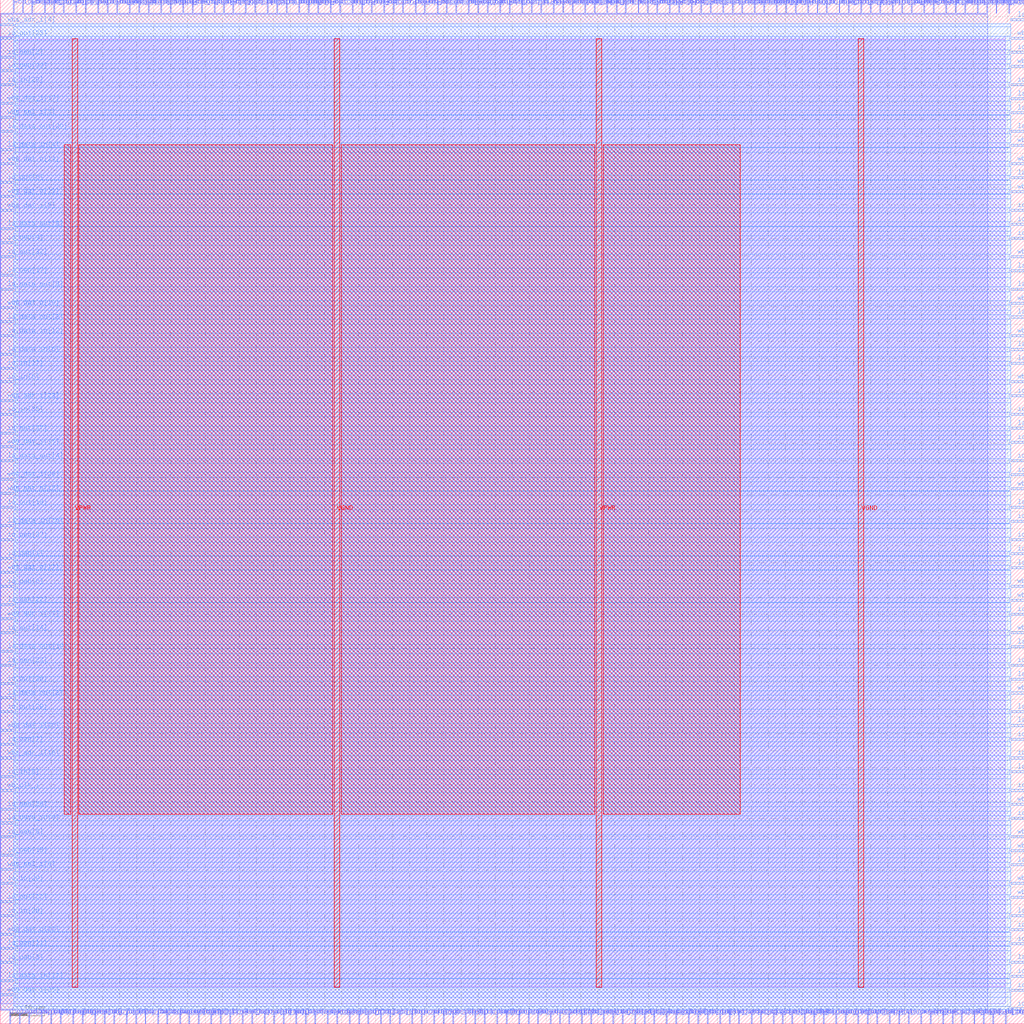
<source format=lef>
VERSION 5.7 ;
  NOWIREEXTENSIONATPIN ON ;
  DIVIDERCHAR "/" ;
  BUSBITCHARS "[]" ;
MACRO wrapper
  CLASS BLOCK ;
  FOREIGN wrapper ;
  ORIGIN 0.000 0.000 ;
  SIZE 300.000 BY 300.000 ;
  PIN active
    DIRECTION INPUT ;
    USE SIGNAL ;
    PORT
      LAYER met2 ;
        RECT 154.650 0.000 154.930 4.000 ;
    END
  END active
  PIN io_in[0]
    DIRECTION INPUT ;
    USE SIGNAL ;
    PORT
      LAYER met2 ;
        RECT 90.250 296.000 90.530 300.000 ;
    END
  END io_in[0]
  PIN io_in[10]
    DIRECTION INPUT ;
    USE SIGNAL ;
    PORT
      LAYER met2 ;
        RECT 231.930 0.000 232.210 4.000 ;
    END
  END io_in[10]
  PIN io_in[11]
    DIRECTION INPUT ;
    USE SIGNAL ;
    PORT
      LAYER met3 ;
        RECT 296.000 178.200 300.000 178.800 ;
    END
  END io_in[11]
  PIN io_in[12]
    DIRECTION INPUT ;
    USE SIGNAL ;
    PORT
      LAYER met2 ;
        RECT 294.490 0.000 294.770 4.000 ;
    END
  END io_in[12]
  PIN io_in[13]
    DIRECTION INPUT ;
    USE SIGNAL ;
    PORT
      LAYER met2 ;
        RECT 232.850 296.000 233.130 300.000 ;
    END
  END io_in[13]
  PIN io_in[14]
    DIRECTION INPUT ;
    USE SIGNAL ;
    PORT
      LAYER met2 ;
        RECT 99.450 296.000 99.730 300.000 ;
    END
  END io_in[14]
  PIN io_in[15]
    DIRECTION INPUT ;
    USE SIGNAL ;
    PORT
      LAYER met2 ;
        RECT 114.170 0.000 114.450 4.000 ;
    END
  END io_in[15]
  PIN io_in[16]
    DIRECTION INPUT ;
    USE SIGNAL ;
    PORT
      LAYER met2 ;
        RECT 83.810 296.000 84.090 300.000 ;
    END
  END io_in[16]
  PIN io_in[17]
    DIRECTION INPUT ;
    USE SIGNAL ;
    PORT
      LAYER met2 ;
        RECT 295.410 296.000 295.690 300.000 ;
    END
  END io_in[17]
  PIN io_in[18]
    DIRECTION INPUT ;
    USE SIGNAL ;
    PORT
      LAYER met2 ;
        RECT 137.170 296.000 137.450 300.000 ;
    END
  END io_in[18]
  PIN io_in[19]
    DIRECTION INPUT ;
    USE SIGNAL ;
    PORT
      LAYER met2 ;
        RECT 152.810 296.000 153.090 300.000 ;
    END
  END io_in[19]
  PIN io_in[1]
    DIRECTION INPUT ;
    USE SIGNAL ;
    PORT
      LAYER met2 ;
        RECT 39.650 0.000 39.930 4.000 ;
    END
  END io_in[1]
  PIN io_in[20]
    DIRECTION INPUT ;
    USE SIGNAL ;
    PORT
      LAYER met3 ;
        RECT 0.000 274.760 4.000 275.360 ;
    END
  END io_in[20]
  PIN io_in[21]
    DIRECTION INPUT ;
    USE SIGNAL ;
    PORT
      LAYER met2 ;
        RECT 104.970 0.000 105.250 4.000 ;
    END
  END io_in[21]
  PIN io_in[22]
    DIRECTION INPUT ;
    USE SIGNAL ;
    PORT
      LAYER met2 ;
        RECT 142.690 296.000 142.970 300.000 ;
    END
  END io_in[22]
  PIN io_in[23]
    DIRECTION INPUT ;
    USE SIGNAL ;
    PORT
      LAYER met2 ;
        RECT 252.170 296.000 252.450 300.000 ;
    END
  END io_in[23]
  PIN io_in[24]
    DIRECTION INPUT ;
    USE SIGNAL ;
    PORT
      LAYER met2 ;
        RECT 148.210 0.000 148.490 4.000 ;
    END
  END io_in[24]
  PIN io_in[25]
    DIRECTION INPUT ;
    USE SIGNAL ;
    PORT
      LAYER met2 ;
        RECT 61.730 0.000 62.010 4.000 ;
    END
  END io_in[25]
  PIN io_in[26]
    DIRECTION INPUT ;
    USE SIGNAL ;
    PORT
      LAYER met2 ;
        RECT 80.130 0.000 80.410 4.000 ;
    END
  END io_in[26]
  PIN io_in[27]
    DIRECTION INPUT ;
    USE SIGNAL ;
    PORT
      LAYER met3 ;
        RECT 0.000 191.800 4.000 192.400 ;
    END
  END io_in[27]
  PIN io_in[28]
    DIRECTION INPUT ;
    USE SIGNAL ;
    PORT
      LAYER met2 ;
        RECT 123.370 0.000 123.650 4.000 ;
    END
  END io_in[28]
  PIN io_in[29]
    DIRECTION INPUT ;
    USE SIGNAL ;
    PORT
      LAYER met3 ;
        RECT 0.000 40.840 4.000 41.440 ;
    END
  END io_in[29]
  PIN io_in[2]
    DIRECTION INPUT ;
    USE SIGNAL ;
    PORT
      LAYER met3 ;
        RECT 296.000 284.280 300.000 284.880 ;
    END
  END io_in[2]
  PIN io_in[30]
    DIRECTION INPUT ;
    USE SIGNAL ;
    PORT
      LAYER met2 ;
        RECT 121.530 296.000 121.810 300.000 ;
    END
  END io_in[30]
  PIN io_in[31]
    DIRECTION INPUT ;
    USE SIGNAL ;
    PORT
      LAYER met2 ;
        RECT 17.570 0.000 17.850 4.000 ;
    END
  END io_in[31]
  PIN io_in[32]
    DIRECTION INPUT ;
    USE SIGNAL ;
    PORT
      LAYER met2 ;
        RECT 261.370 296.000 261.650 300.000 ;
    END
  END io_in[32]
  PIN io_in[33]
    DIRECTION INPUT ;
    USE SIGNAL ;
    PORT
      LAYER met2 ;
        RECT 103.130 296.000 103.410 300.000 ;
    END
  END io_in[33]
  PIN io_in[34]
    DIRECTION INPUT ;
    USE SIGNAL ;
    PORT
      LAYER met2 ;
        RECT 256.770 0.000 257.050 4.000 ;
    END
  END io_in[34]
  PIN io_in[35]
    DIRECTION INPUT ;
    USE SIGNAL ;
    PORT
      LAYER met3 ;
        RECT 0.000 178.200 4.000 178.800 ;
    END
  END io_in[35]
  PIN io_in[36]
    DIRECTION INPUT ;
    USE SIGNAL ;
    PORT
      LAYER met3 ;
        RECT 0.000 31.320 4.000 31.920 ;
    END
  END io_in[36]
  PIN io_in[37]
    DIRECTION INPUT ;
    USE SIGNAL ;
    PORT
      LAYER met2 ;
        RECT 18.490 296.000 18.770 300.000 ;
    END
  END io_in[37]
  PIN io_in[3]
    DIRECTION INPUT ;
    USE SIGNAL ;
    PORT
      LAYER met2 ;
        RECT 207.090 0.000 207.370 4.000 ;
    END
  END io_in[3]
  PIN io_in[4]
    DIRECTION INPUT ;
    USE SIGNAL ;
    PORT
      LAYER met2 ;
        RECT 82.890 0.000 83.170 4.000 ;
    END
  END io_in[4]
  PIN io_in[5]
    DIRECTION INPUT ;
    USE SIGNAL ;
    PORT
      LAYER met3 ;
        RECT 0.000 72.120 4.000 72.720 ;
    END
  END io_in[5]
  PIN io_in[6]
    DIRECTION INPUT ;
    USE SIGNAL ;
    PORT
      LAYER met3 ;
        RECT 0.000 187.720 4.000 188.320 ;
    END
  END io_in[6]
  PIN io_in[7]
    DIRECTION INPUT ;
    USE SIGNAL ;
    PORT
      LAYER met3 ;
        RECT 296.000 146.920 300.000 147.520 ;
    END
  END io_in[7]
  PIN io_in[8]
    DIRECTION INPUT ;
    USE SIGNAL ;
    PORT
      LAYER met2 ;
        RECT 115.090 296.000 115.370 300.000 ;
    END
  END io_in[8]
  PIN io_in[9]
    DIRECTION INPUT ;
    USE SIGNAL ;
    PORT
      LAYER met2 ;
        RECT 22.170 296.000 22.450 300.000 ;
    END
  END io_in[9]
  PIN io_oeb[0]
    DIRECTION OUTPUT TRISTATE ;
    USE SIGNAL ;
    PORT
      LAYER met3 ;
        RECT 0.000 127.880 4.000 128.480 ;
    END
  END io_oeb[0]
  PIN io_oeb[10]
    DIRECTION OUTPUT TRISTATE ;
    USE SIGNAL ;
    PORT
      LAYER met2 ;
        RECT 65.410 296.000 65.690 300.000 ;
    END
  END io_oeb[10]
  PIN io_oeb[11]
    DIRECTION OUTPUT TRISTATE ;
    USE SIGNAL ;
    PORT
      LAYER met3 ;
        RECT 296.000 238.040 300.000 238.640 ;
    END
  END io_oeb[11]
  PIN io_oeb[12]
    DIRECTION OUTPUT TRISTATE ;
    USE SIGNAL ;
    PORT
      LAYER met3 ;
        RECT 296.000 104.760 300.000 105.360 ;
    END
  END io_oeb[12]
  PIN io_oeb[13]
    DIRECTION OUTPUT TRISTATE ;
    USE SIGNAL ;
    PORT
      LAYER met2 ;
        RECT 102.210 0.000 102.490 4.000 ;
    END
  END io_oeb[13]
  PIN io_oeb[14]
    DIRECTION OUTPUT TRISTATE ;
    USE SIGNAL ;
    PORT
      LAYER met2 ;
        RECT 205.250 296.000 205.530 300.000 ;
    END
  END io_oeb[14]
  PIN io_oeb[15]
    DIRECTION OUTPUT TRISTATE ;
    USE SIGNAL ;
    PORT
      LAYER met3 ;
        RECT 0.000 49.000 4.000 49.600 ;
    END
  END io_oeb[15]
  PIN io_oeb[16]
    DIRECTION OUTPUT TRISTATE ;
    USE SIGNAL ;
    PORT
      LAYER met2 ;
        RECT 71.850 296.000 72.130 300.000 ;
    END
  END io_oeb[16]
  PIN io_oeb[17]
    DIRECTION OUTPUT TRISTATE ;
    USE SIGNAL ;
    PORT
      LAYER met3 ;
        RECT 296.000 160.520 300.000 161.120 ;
    END
  END io_oeb[17]
  PIN io_oeb[18]
    DIRECTION OUTPUT TRISTATE ;
    USE SIGNAL ;
    PORT
      LAYER met2 ;
        RECT 77.370 0.000 77.650 4.000 ;
    END
  END io_oeb[18]
  PIN io_oeb[19]
    DIRECTION OUTPUT TRISTATE ;
    USE SIGNAL ;
    PORT
      LAYER met2 ;
        RECT 247.570 0.000 247.850 4.000 ;
    END
  END io_oeb[19]
  PIN io_oeb[1]
    DIRECTION OUTPUT TRISTATE ;
    USE SIGNAL ;
    PORT
      LAYER met3 ;
        RECT 0.000 136.040 4.000 136.640 ;
    END
  END io_oeb[1]
  PIN io_oeb[20]
    DIRECTION OUTPUT TRISTATE ;
    USE SIGNAL ;
    PORT
      LAYER met3 ;
        RECT 296.000 83.000 300.000 83.600 ;
    END
  END io_oeb[20]
  PIN io_oeb[21]
    DIRECTION OUTPUT TRISTATE ;
    USE SIGNAL ;
    PORT
      LAYER met2 ;
        RECT 74.610 296.000 74.890 300.000 ;
    END
  END io_oeb[21]
  PIN io_oeb[22]
    DIRECTION OUTPUT TRISTATE ;
    USE SIGNAL ;
    PORT
      LAYER met3 ;
        RECT 0.000 278.840 4.000 279.440 ;
    END
  END io_oeb[22]
  PIN io_oeb[23]
    DIRECTION OUTPUT TRISTATE ;
    USE SIGNAL ;
    PORT
      LAYER met2 ;
        RECT 129.810 0.000 130.090 4.000 ;
    END
  END io_oeb[23]
  PIN io_oeb[24]
    DIRECTION OUTPUT TRISTATE ;
    USE SIGNAL ;
    PORT
      LAYER met3 ;
        RECT 296.000 183.640 300.000 184.240 ;
    END
  END io_oeb[24]
  PIN io_oeb[25]
    DIRECTION OUTPUT TRISTATE ;
    USE SIGNAL ;
    PORT
      LAYER met3 ;
        RECT 296.000 59.880 300.000 60.480 ;
    END
  END io_oeb[25]
  PIN io_oeb[26]
    DIRECTION OUTPUT TRISTATE ;
    USE SIGNAL ;
    PORT
      LAYER met3 ;
        RECT 0.000 62.600 4.000 63.200 ;
    END
  END io_oeb[26]
  PIN io_oeb[27]
    DIRECTION OUTPUT TRISTATE ;
    USE SIGNAL ;
    PORT
      LAYER met2 ;
        RECT 117.850 296.000 118.130 300.000 ;
    END
  END io_oeb[27]
  PIN io_oeb[28]
    DIRECTION OUTPUT TRISTATE ;
    USE SIGNAL ;
    PORT
      LAYER met2 ;
        RECT 288.970 296.000 289.250 300.000 ;
    END
  END io_oeb[28]
  PIN io_oeb[29]
    DIRECTION OUTPUT TRISTATE ;
    USE SIGNAL ;
    PORT
      LAYER met3 ;
        RECT 296.000 141.480 300.000 142.080 ;
    END
  END io_oeb[29]
  PIN io_oeb[2]
    DIRECTION OUTPUT TRISTATE ;
    USE SIGNAL ;
    PORT
      LAYER met3 ;
        RECT 0.000 282.920 4.000 283.520 ;
    END
  END io_oeb[2]
  PIN io_oeb[30]
    DIRECTION OUTPUT TRISTATE ;
    USE SIGNAL ;
    PORT
      LAYER met3 ;
        RECT 296.000 13.640 300.000 14.240 ;
    END
  END io_oeb[30]
  PIN io_oeb[31]
    DIRECTION OUTPUT TRISTATE ;
    USE SIGNAL ;
    PORT
      LAYER met3 ;
        RECT 296.000 77.560 300.000 78.160 ;
    END
  END io_oeb[31]
  PIN io_oeb[32]
    DIRECTION OUTPUT TRISTATE ;
    USE SIGNAL ;
    PORT
      LAYER met2 ;
        RECT 133.490 296.000 133.770 300.000 ;
    END
  END io_oeb[32]
  PIN io_oeb[33]
    DIRECTION OUTPUT TRISTATE ;
    USE SIGNAL ;
    PORT
      LAYER met2 ;
        RECT 86.570 0.000 86.850 4.000 ;
    END
  END io_oeb[33]
  PIN io_oeb[34]
    DIRECTION OUTPUT TRISTATE ;
    USE SIGNAL ;
    PORT
      LAYER met3 ;
        RECT 296.000 4.120 300.000 4.720 ;
    END
  END io_oeb[34]
  PIN io_oeb[35]
    DIRECTION OUTPUT TRISTATE ;
    USE SIGNAL ;
    PORT
      LAYER met2 ;
        RECT 163.850 0.000 164.130 4.000 ;
    END
  END io_oeb[35]
  PIN io_oeb[36]
    DIRECTION OUTPUT TRISTATE ;
    USE SIGNAL ;
    PORT
      LAYER met2 ;
        RECT 6.530 296.000 6.810 300.000 ;
    END
  END io_oeb[36]
  PIN io_oeb[37]
    DIRECTION OUTPUT TRISTATE ;
    USE SIGNAL ;
    PORT
      LAYER met3 ;
        RECT 0.000 141.480 4.000 142.080 ;
    END
  END io_oeb[37]
  PIN io_oeb[3]
    DIRECTION OUTPUT TRISTATE ;
    USE SIGNAL ;
    PORT
      LAYER met3 ;
        RECT 0.000 17.720 4.000 18.320 ;
    END
  END io_oeb[3]
  PIN io_oeb[4]
    DIRECTION OUTPUT TRISTATE ;
    USE SIGNAL ;
    PORT
      LAYER met3 ;
        RECT 296.000 274.760 300.000 275.360 ;
    END
  END io_oeb[4]
  PIN io_oeb[5]
    DIRECTION OUTPUT TRISTATE ;
    USE SIGNAL ;
    PORT
      LAYER met3 ;
        RECT 0.000 54.440 4.000 55.040 ;
    END
  END io_oeb[5]
  PIN io_oeb[6]
    DIRECTION OUTPUT TRISTATE ;
    USE SIGNAL ;
    PORT
      LAYER met2 ;
        RECT 265.970 0.000 266.250 4.000 ;
    END
  END io_oeb[6]
  PIN io_oeb[7]
    DIRECTION OUTPUT TRISTATE ;
    USE SIGNAL ;
    PORT
      LAYER met2 ;
        RECT 43.330 296.000 43.610 300.000 ;
    END
  END io_oeb[7]
  PIN io_oeb[8]
    DIRECTION OUTPUT TRISTATE ;
    USE SIGNAL ;
    PORT
      LAYER met2 ;
        RECT 111.410 0.000 111.690 4.000 ;
    END
  END io_oeb[8]
  PIN io_oeb[9]
    DIRECTION OUTPUT TRISTATE ;
    USE SIGNAL ;
    PORT
      LAYER met3 ;
        RECT 0.000 228.520 4.000 229.120 ;
    END
  END io_oeb[9]
  PIN io_out[0]
    DIRECTION OUTPUT TRISTATE ;
    USE SIGNAL ;
    PORT
      LAYER met3 ;
        RECT 0.000 246.200 4.000 246.800 ;
    END
  END io_out[0]
  PIN io_out[10]
    DIRECTION OUTPUT TRISTATE ;
    USE SIGNAL ;
    PORT
      LAYER met2 ;
        RECT 139.010 0.000 139.290 4.000 ;
    END
  END io_out[10]
  PIN io_out[11]
    DIRECTION OUTPUT TRISTATE ;
    USE SIGNAL ;
    PORT
      LAYER met3 ;
        RECT 296.000 137.400 300.000 138.000 ;
    END
  END io_out[11]
  PIN io_out[12]
    DIRECTION OUTPUT TRISTATE ;
    USE SIGNAL ;
    PORT
      LAYER met3 ;
        RECT 296.000 164.600 300.000 165.200 ;
    END
  END io_out[12]
  PIN io_out[13]
    DIRECTION OUTPUT TRISTATE ;
    USE SIGNAL ;
    PORT
      LAYER met2 ;
        RECT 31.370 296.000 31.650 300.000 ;
    END
  END io_out[13]
  PIN io_out[14]
    DIRECTION OUTPUT TRISTATE ;
    USE SIGNAL ;
    PORT
      LAYER met3 ;
        RECT 0.000 114.280 4.000 114.880 ;
    END
  END io_out[14]
  PIN io_out[15]
    DIRECTION OUTPUT TRISTATE ;
    USE SIGNAL ;
    PORT
      LAYER met2 ;
        RECT 239.290 296.000 239.570 300.000 ;
    END
  END io_out[15]
  PIN io_out[16]
    DIRECTION OUTPUT TRISTATE ;
    USE SIGNAL ;
    PORT
      LAYER met2 ;
        RECT 8.370 0.000 8.650 4.000 ;
    END
  END io_out[16]
  PIN io_out[17]
    DIRECTION OUTPUT TRISTATE ;
    USE SIGNAL ;
    PORT
      LAYER met2 ;
        RECT 55.290 0.000 55.570 4.000 ;
    END
  END io_out[17]
  PIN io_out[18]
    DIRECTION OUTPUT TRISTATE ;
    USE SIGNAL ;
    PORT
      LAYER met3 ;
        RECT 0.000 151.000 4.000 151.600 ;
    END
  END io_out[18]
  PIN io_out[19]
    DIRECTION OUTPUT TRISTATE ;
    USE SIGNAL ;
    PORT
      LAYER met2 ;
        RECT 49.770 296.000 50.050 300.000 ;
    END
  END io_out[19]
  PIN io_out[1]
    DIRECTION OUTPUT TRISTATE ;
    USE SIGNAL ;
    PORT
      LAYER met3 ;
        RECT 296.000 27.240 300.000 27.840 ;
    END
  END io_out[1]
  PIN io_out[20]
    DIRECTION OUTPUT TRISTATE ;
    USE SIGNAL ;
    PORT
      LAYER met2 ;
        RECT 64.490 0.000 64.770 4.000 ;
    END
  END io_out[20]
  PIN io_out[21]
    DIRECTION OUTPUT TRISTATE ;
    USE SIGNAL ;
    PORT
      LAYER met2 ;
        RECT 132.570 0.000 132.850 4.000 ;
    END
  END io_out[21]
  PIN io_out[22]
    DIRECTION OUTPUT TRISTATE ;
    USE SIGNAL ;
    PORT
      LAYER met3 ;
        RECT 296.000 233.960 300.000 234.560 ;
    END
  END io_out[22]
  PIN io_out[23]
    DIRECTION OUTPUT TRISTATE ;
    USE SIGNAL ;
    PORT
      LAYER met3 ;
        RECT 0.000 288.360 4.000 288.960 ;
    END
  END io_out[23]
  PIN io_out[24]
    DIRECTION OUTPUT TRISTATE ;
    USE SIGNAL ;
    PORT
      LAYER met3 ;
        RECT 296.000 170.040 300.000 170.640 ;
    END
  END io_out[24]
  PIN io_out[25]
    DIRECTION OUTPUT TRISTATE ;
    USE SIGNAL ;
    PORT
      LAYER met2 ;
        RECT 107.730 0.000 108.010 4.000 ;
    END
  END io_out[25]
  PIN io_out[26]
    DIRECTION OUTPUT TRISTATE ;
    USE SIGNAL ;
    PORT
      LAYER met2 ;
        RECT 210.770 0.000 211.050 4.000 ;
    END
  END io_out[26]
  PIN io_out[27]
    DIRECTION OUTPUT TRISTATE ;
    USE SIGNAL ;
    PORT
      LAYER met2 ;
        RECT 120.610 0.000 120.890 4.000 ;
    END
  END io_out[27]
  PIN io_out[28]
    DIRECTION OUTPUT TRISTATE ;
    USE SIGNAL ;
    PORT
      LAYER met2 ;
        RECT 58.050 0.000 58.330 4.000 ;
    END
  END io_out[28]
  PIN io_out[29]
    DIRECTION OUTPUT TRISTATE ;
    USE SIGNAL ;
    PORT
      LAYER met3 ;
        RECT 0.000 91.160 4.000 91.760 ;
    END
  END io_out[29]
  PIN io_out[2]
    DIRECTION OUTPUT TRISTATE ;
    USE SIGNAL ;
    PORT
      LAYER met2 ;
        RECT 189.610 296.000 189.890 300.000 ;
    END
  END io_out[2]
  PIN io_out[30]
    DIRECTION OUTPUT TRISTATE ;
    USE SIGNAL ;
    PORT
      LAYER met2 ;
        RECT 173.970 296.000 174.250 300.000 ;
    END
  END io_out[30]
  PIN io_out[31]
    DIRECTION OUTPUT TRISTATE ;
    USE SIGNAL ;
    PORT
      LAYER met2 ;
        RECT 251.250 0.000 251.530 4.000 ;
    END
  END io_out[31]
  PIN io_out[32]
    DIRECTION OUTPUT TRISTATE ;
    USE SIGNAL ;
    PORT
      LAYER met3 ;
        RECT 0.000 224.440 4.000 225.040 ;
    END
  END io_out[32]
  PIN io_out[33]
    DIRECTION OUTPUT TRISTATE ;
    USE SIGNAL ;
    PORT
      LAYER met3 ;
        RECT 0.000 35.400 4.000 36.000 ;
    END
  END io_out[33]
  PIN io_out[34]
    DIRECTION OUTPUT TRISTATE ;
    USE SIGNAL ;
    PORT
      LAYER met2 ;
        RECT 155.570 296.000 155.850 300.000 ;
    END
  END io_out[34]
  PIN io_out[35]
    DIRECTION OUTPUT TRISTATE ;
    USE SIGNAL ;
    PORT
      LAYER met3 ;
        RECT 296.000 229.880 300.000 230.480 ;
    END
  END io_out[35]
  PIN io_out[36]
    DIRECTION OUTPUT TRISTATE ;
    USE SIGNAL ;
    PORT
      LAYER met3 ;
        RECT 0.000 99.320 4.000 99.920 ;
    END
  END io_out[36]
  PIN io_out[37]
    DIRECTION OUTPUT TRISTATE ;
    USE SIGNAL ;
    PORT
      LAYER met3 ;
        RECT 0.000 172.760 4.000 173.360 ;
    END
  END io_out[37]
  PIN io_out[3]
    DIRECTION OUTPUT TRISTATE ;
    USE SIGNAL ;
    PORT
      LAYER met2 ;
        RECT 105.890 296.000 106.170 300.000 ;
    END
  END io_out[3]
  PIN io_out[4]
    DIRECTION OUTPUT TRISTATE ;
    USE SIGNAL ;
    PORT
      LAYER met3 ;
        RECT 296.000 68.040 300.000 68.640 ;
    END
  END io_out[4]
  PIN io_out[5]
    DIRECTION OUTPUT TRISTATE ;
    USE SIGNAL ;
    PORT
      LAYER met3 ;
        RECT 296.000 119.720 300.000 120.320 ;
    END
  END io_out[5]
  PIN io_out[6]
    DIRECTION OUTPUT TRISTATE ;
    USE SIGNAL ;
    PORT
      LAYER met2 ;
        RECT 141.770 0.000 142.050 4.000 ;
    END
  END io_out[6]
  PIN io_out[7]
    DIRECTION OUTPUT TRISTATE ;
    USE SIGNAL ;
    PORT
      LAYER met3 ;
        RECT 296.000 23.160 300.000 23.760 ;
    END
  END io_out[7]
  PIN io_out[8]
    DIRECTION OUTPUT TRISTATE ;
    USE SIGNAL ;
    PORT
      LAYER met3 ;
        RECT 296.000 9.560 300.000 10.160 ;
    END
  END io_out[8]
  PIN io_out[9]
    DIRECTION OUTPUT TRISTATE ;
    USE SIGNAL ;
    PORT
      LAYER met2 ;
        RECT 269.650 0.000 269.930 4.000 ;
    END
  END io_out[9]
  PIN la_data_in[0]
    DIRECTION INPUT ;
    USE SIGNAL ;
    PORT
      LAYER met2 ;
        RECT 183.170 296.000 183.450 300.000 ;
    END
  END la_data_in[0]
  PIN la_data_in[10]
    DIRECTION INPUT ;
    USE SIGNAL ;
    PORT
      LAYER met2 ;
        RECT 242.050 296.000 242.330 300.000 ;
    END
  END la_data_in[10]
  PIN la_data_in[11]
    DIRECTION INPUT ;
    USE SIGNAL ;
    PORT
      LAYER met2 ;
        RECT 5.610 0.000 5.890 4.000 ;
    END
  END la_data_in[11]
  PIN la_data_in[12]
    DIRECTION INPUT ;
    USE SIGNAL ;
    PORT
      LAYER met3 ;
        RECT 0.000 201.320 4.000 201.920 ;
    END
  END la_data_in[12]
  PIN la_data_in[13]
    DIRECTION INPUT ;
    USE SIGNAL ;
    PORT
      LAYER met2 ;
        RECT 238.370 0.000 238.650 4.000 ;
    END
  END la_data_in[13]
  PIN la_data_in[14]
    DIRECTION INPUT ;
    USE SIGNAL ;
    PORT
      LAYER met3 ;
        RECT 296.000 206.760 300.000 207.360 ;
    END
  END la_data_in[14]
  PIN la_data_in[15]
    DIRECTION INPUT ;
    USE SIGNAL ;
    PORT
      LAYER met2 ;
        RECT 264.130 296.000 264.410 300.000 ;
    END
  END la_data_in[15]
  PIN la_data_in[16]
    DIRECTION INPUT ;
    USE SIGNAL ;
    PORT
      LAYER met2 ;
        RECT 130.730 296.000 131.010 300.000 ;
    END
  END la_data_in[16]
  PIN la_data_in[17]
    DIRECTION INPUT ;
    USE SIGNAL ;
    PORT
      LAYER met3 ;
        RECT 0.000 12.280 4.000 12.880 ;
    END
  END la_data_in[17]
  PIN la_data_in[18]
    DIRECTION INPUT ;
    USE SIGNAL ;
    PORT
      LAYER met2 ;
        RECT 226.410 0.000 226.690 4.000 ;
    END
  END la_data_in[18]
  PIN la_data_in[19]
    DIRECTION INPUT ;
    USE SIGNAL ;
    PORT
      LAYER met2 ;
        RECT 201.570 0.000 201.850 4.000 ;
    END
  END la_data_in[19]
  PIN la_data_in[1]
    DIRECTION INPUT ;
    USE SIGNAL ;
    PORT
      LAYER met2 ;
        RECT 12.050 0.000 12.330 4.000 ;
    END
  END la_data_in[1]
  PIN la_data_in[20]
    DIRECTION INPUT ;
    USE SIGNAL ;
    PORT
      LAYER met3 ;
        RECT 296.000 46.280 300.000 46.880 ;
    END
  END la_data_in[20]
  PIN la_data_in[21]
    DIRECTION INPUT ;
    USE SIGNAL ;
    PORT
      LAYER met3 ;
        RECT 296.000 247.560 300.000 248.160 ;
    END
  END la_data_in[21]
  PIN la_data_in[22]
    DIRECTION INPUT ;
    USE SIGNAL ;
    PORT
      LAYER met3 ;
        RECT 296.000 293.800 300.000 294.400 ;
    END
  END la_data_in[22]
  PIN la_data_in[23]
    DIRECTION INPUT ;
    USE SIGNAL ;
    PORT
      LAYER met2 ;
        RECT 290.810 0.000 291.090 4.000 ;
    END
  END la_data_in[23]
  PIN la_data_in[24]
    DIRECTION INPUT ;
    USE SIGNAL ;
    PORT
      LAYER met2 ;
        RECT 28.610 296.000 28.890 300.000 ;
    END
  END la_data_in[24]
  PIN la_data_in[25]
    DIRECTION INPUT ;
    USE SIGNAL ;
    PORT
      LAYER met2 ;
        RECT 89.330 0.000 89.610 4.000 ;
    END
  END la_data_in[25]
  PIN la_data_in[26]
    DIRECTION INPUT ;
    USE SIGNAL ;
    PORT
      LAYER met2 ;
        RECT 185.930 0.000 186.210 4.000 ;
    END
  END la_data_in[26]
  PIN la_data_in[27]
    DIRECTION INPUT ;
    USE SIGNAL ;
    PORT
      LAYER met3 ;
        RECT 296.000 91.160 300.000 91.760 ;
    END
  END la_data_in[27]
  PIN la_data_in[28]
    DIRECTION INPUT ;
    USE SIGNAL ;
    PORT
      LAYER met2 ;
        RECT 36.890 0.000 37.170 4.000 ;
    END
  END la_data_in[28]
  PIN la_data_in[29]
    DIRECTION INPUT ;
    USE SIGNAL ;
    PORT
      LAYER met3 ;
        RECT 296.000 261.160 300.000 261.760 ;
    END
  END la_data_in[29]
  PIN la_data_in[2]
    DIRECTION INPUT ;
    USE SIGNAL ;
    PORT
      LAYER met2 ;
        RECT 220.890 296.000 221.170 300.000 ;
    END
  END la_data_in[2]
  PIN la_data_in[30]
    DIRECTION INPUT ;
    USE SIGNAL ;
    PORT
      LAYER met3 ;
        RECT 0.000 145.560 4.000 146.160 ;
    END
  END la_data_in[30]
  PIN la_data_in[31]
    DIRECTION INPUT ;
    USE SIGNAL ;
    PORT
      LAYER met2 ;
        RECT 24.930 296.000 25.210 300.000 ;
    END
  END la_data_in[31]
  PIN la_data_in[3]
    DIRECTION INPUT ;
    USE SIGNAL ;
    PORT
      LAYER met2 ;
        RECT 81.050 296.000 81.330 300.000 ;
    END
  END la_data_in[3]
  PIN la_data_in[4]
    DIRECTION INPUT ;
    USE SIGNAL ;
    PORT
      LAYER met3 ;
        RECT 0.000 255.720 4.000 256.320 ;
    END
  END la_data_in[4]
  PIN la_data_in[5]
    DIRECTION INPUT ;
    USE SIGNAL ;
    PORT
      LAYER met2 ;
        RECT 257.690 296.000 257.970 300.000 ;
    END
  END la_data_in[5]
  PIN la_data_in[6]
    DIRECTION INPUT ;
    USE SIGNAL ;
    PORT
      LAYER met3 ;
        RECT 0.000 195.880 4.000 196.480 ;
    END
  END la_data_in[6]
  PIN la_data_in[7]
    DIRECTION INPUT ;
    USE SIGNAL ;
    PORT
      LAYER met2 ;
        RECT 235.610 0.000 235.890 4.000 ;
    END
  END la_data_in[7]
  PIN la_data_in[8]
    DIRECTION INPUT ;
    USE SIGNAL ;
    PORT
      LAYER met3 ;
        RECT 0.000 58.520 4.000 59.120 ;
    END
  END la_data_in[8]
  PIN la_data_in[9]
    DIRECTION INPUT ;
    USE SIGNAL ;
    PORT
      LAYER met2 ;
        RECT 145.450 0.000 145.730 4.000 ;
    END
  END la_data_in[9]
  PIN la_data_out[0]
    DIRECTION OUTPUT TRISTATE ;
    USE SIGNAL ;
    PORT
      LAYER met2 ;
        RECT 136.250 0.000 136.530 4.000 ;
    END
  END la_data_out[0]
  PIN la_data_out[10]
    DIRECTION OUTPUT TRISTATE ;
    USE SIGNAL ;
    PORT
      LAYER met2 ;
        RECT 244.810 0.000 245.090 4.000 ;
    END
  END la_data_out[10]
  PIN la_data_out[11]
    DIRECTION OUTPUT TRISTATE ;
    USE SIGNAL ;
    PORT
      LAYER met2 ;
        RECT 211.690 296.000 211.970 300.000 ;
    END
  END la_data_out[11]
  PIN la_data_out[12]
    DIRECTION OUTPUT TRISTATE ;
    USE SIGNAL ;
    PORT
      LAYER met2 ;
        RECT 42.410 0.000 42.690 4.000 ;
    END
  END la_data_out[12]
  PIN la_data_out[13]
    DIRECTION OUTPUT TRISTATE ;
    USE SIGNAL ;
    PORT
      LAYER met2 ;
        RECT 214.450 296.000 214.730 300.000 ;
    END
  END la_data_out[13]
  PIN la_data_out[14]
    DIRECTION OUTPUT TRISTATE ;
    USE SIGNAL ;
    PORT
      LAYER met2 ;
        RECT 286.210 296.000 286.490 300.000 ;
    END
  END la_data_out[14]
  PIN la_data_out[15]
    DIRECTION OUTPUT TRISTATE ;
    USE SIGNAL ;
    PORT
      LAYER met3 ;
        RECT 296.000 193.160 300.000 193.760 ;
    END
  END la_data_out[15]
  PIN la_data_out[16]
    DIRECTION OUTPUT TRISTATE ;
    USE SIGNAL ;
    PORT
      LAYER met2 ;
        RECT 158.330 296.000 158.610 300.000 ;
    END
  END la_data_out[16]
  PIN la_data_out[17]
    DIRECTION OUTPUT TRISTATE ;
    USE SIGNAL ;
    PORT
      LAYER met3 ;
        RECT 296.000 100.680 300.000 101.280 ;
    END
  END la_data_out[17]
  PIN la_data_out[18]
    DIRECTION OUTPUT TRISTATE ;
    USE SIGNAL ;
    PORT
      LAYER met2 ;
        RECT 48.850 0.000 49.130 4.000 ;
    END
  END la_data_out[18]
  PIN la_data_out[19]
    DIRECTION OUTPUT TRISTATE ;
    USE SIGNAL ;
    PORT
      LAYER met3 ;
        RECT 0.000 108.840 4.000 109.440 ;
    END
  END la_data_out[19]
  PIN la_data_out[1]
    DIRECTION OUTPUT TRISTATE ;
    USE SIGNAL ;
    PORT
      LAYER met2 ;
        RECT 40.570 296.000 40.850 300.000 ;
    END
  END la_data_out[1]
  PIN la_data_out[20]
    DIRECTION OUTPUT TRISTATE ;
    USE SIGNAL ;
    PORT
      LAYER met3 ;
        RECT 0.000 261.160 4.000 261.760 ;
    END
  END la_data_out[20]
  PIN la_data_out[21]
    DIRECTION OUTPUT TRISTATE ;
    USE SIGNAL ;
    PORT
      LAYER met2 ;
        RECT 288.050 0.000 288.330 4.000 ;
    END
  END la_data_out[21]
  PIN la_data_out[22]
    DIRECTION OUTPUT TRISTATE ;
    USE SIGNAL ;
    PORT
      LAYER met2 ;
        RECT 197.890 0.000 198.170 4.000 ;
    END
  END la_data_out[22]
  PIN la_data_out[23]
    DIRECTION OUTPUT TRISTATE ;
    USE SIGNAL ;
    PORT
      LAYER met2 ;
        RECT 162.010 296.000 162.290 300.000 ;
    END
  END la_data_out[23]
  PIN la_data_out[24]
    DIRECTION OUTPUT TRISTATE ;
    USE SIGNAL ;
    PORT
      LAYER met2 ;
        RECT 14.810 0.000 15.090 4.000 ;
    END
  END la_data_out[24]
  PIN la_data_out[25]
    DIRECTION OUTPUT TRISTATE ;
    USE SIGNAL ;
    PORT
      LAYER met3 ;
        RECT 296.000 110.200 300.000 110.800 ;
    END
  END la_data_out[25]
  PIN la_data_out[26]
    DIRECTION OUTPUT TRISTATE ;
    USE SIGNAL ;
    PORT
      LAYER met2 ;
        RECT 170.290 0.000 170.570 4.000 ;
    END
  END la_data_out[26]
  PIN la_data_out[27]
    DIRECTION OUTPUT TRISTATE ;
    USE SIGNAL ;
    PORT
      LAYER met3 ;
        RECT 0.000 95.240 4.000 95.840 ;
    END
  END la_data_out[27]
  PIN la_data_out[28]
    DIRECTION OUTPUT TRISTATE ;
    USE SIGNAL ;
    PORT
      LAYER met2 ;
        RECT 78.290 296.000 78.570 300.000 ;
    END
  END la_data_out[28]
  PIN la_data_out[29]
    DIRECTION OUTPUT TRISTATE ;
    USE SIGNAL ;
    PORT
      LAYER met2 ;
        RECT 191.450 0.000 191.730 4.000 ;
    END
  END la_data_out[29]
  PIN la_data_out[2]
    DIRECTION OUTPUT TRISTATE ;
    USE SIGNAL ;
    PORT
      LAYER met3 ;
        RECT 0.000 205.400 4.000 206.000 ;
    END
  END la_data_out[2]
  PIN la_data_out[30]
    DIRECTION OUTPUT TRISTATE ;
    USE SIGNAL ;
    PORT
      LAYER met2 ;
        RECT 116.930 0.000 117.210 4.000 ;
    END
  END la_data_out[30]
  PIN la_data_out[31]
    DIRECTION OUTPUT TRISTATE ;
    USE SIGNAL ;
    PORT
      LAYER met3 ;
        RECT 296.000 31.320 300.000 31.920 ;
    END
  END la_data_out[31]
  PIN la_data_out[3]
    DIRECTION OUTPUT TRISTATE ;
    USE SIGNAL ;
    PORT
      LAYER met2 ;
        RECT 223.650 296.000 223.930 300.000 ;
    END
  END la_data_out[3]
  PIN la_data_out[4]
    DIRECTION OUTPUT TRISTATE ;
    USE SIGNAL ;
    PORT
      LAYER met3 ;
        RECT 0.000 164.600 4.000 165.200 ;
    END
  END la_data_out[4]
  PIN la_data_out[5]
    DIRECTION OUTPUT TRISTATE ;
    USE SIGNAL ;
    PORT
      LAYER met3 ;
        RECT 0.000 232.600 4.000 233.200 ;
    END
  END la_data_out[5]
  PIN la_data_out[6]
    DIRECTION OUTPUT TRISTATE ;
    USE SIGNAL ;
    PORT
      LAYER met2 ;
        RECT 46.090 0.000 46.370 4.000 ;
    END
  END la_data_out[6]
  PIN la_data_out[7]
    DIRECTION OUTPUT TRISTATE ;
    USE SIGNAL ;
    PORT
      LAYER met2 ;
        RECT 21.250 0.000 21.530 4.000 ;
    END
  END la_data_out[7]
  PIN la_data_out[8]
    DIRECTION OUTPUT TRISTATE ;
    USE SIGNAL ;
    PORT
      LAYER met3 ;
        RECT 0.000 214.920 4.000 215.520 ;
    END
  END la_data_out[8]
  PIN la_data_out[9]
    DIRECTION OUTPUT TRISTATE ;
    USE SIGNAL ;
    PORT
      LAYER met2 ;
        RECT 279.770 296.000 280.050 300.000 ;
    END
  END la_data_out[9]
  PIN la_oen[0]
    DIRECTION INPUT ;
    USE SIGNAL ;
    PORT
      LAYER met2 ;
        RECT 196.050 296.000 196.330 300.000 ;
    END
  END la_oen[0]
  PIN la_oen[10]
    DIRECTION INPUT ;
    USE SIGNAL ;
    PORT
      LAYER met2 ;
        RECT 171.210 296.000 171.490 300.000 ;
    END
  END la_oen[10]
  PIN la_oen[11]
    DIRECTION INPUT ;
    USE SIGNAL ;
    PORT
      LAYER met3 ;
        RECT 296.000 133.320 300.000 133.920 ;
    END
  END la_oen[11]
  PIN la_oen[12]
    DIRECTION INPUT ;
    USE SIGNAL ;
    PORT
      LAYER met2 ;
        RECT 180.410 296.000 180.690 300.000 ;
    END
  END la_oen[12]
  PIN la_oen[13]
    DIRECTION INPUT ;
    USE SIGNAL ;
    PORT
      LAYER met2 ;
        RECT 173.050 0.000 173.330 4.000 ;
    END
  END la_oen[13]
  PIN la_oen[14]
    DIRECTION INPUT ;
    USE SIGNAL ;
    PORT
      LAYER met3 ;
        RECT 296.000 214.920 300.000 215.520 ;
    END
  END la_oen[14]
  PIN la_oen[15]
    DIRECTION INPUT ;
    USE SIGNAL ;
    PORT
      LAYER met3 ;
        RECT 296.000 17.720 300.000 18.320 ;
    END
  END la_oen[15]
  PIN la_oen[16]
    DIRECTION INPUT ;
    USE SIGNAL ;
    PORT
      LAYER met2 ;
        RECT 2.850 0.000 3.130 4.000 ;
    END
  END la_oen[16]
  PIN la_oen[17]
    DIRECTION INPUT ;
    USE SIGNAL ;
    PORT
      LAYER met3 ;
        RECT 0.000 219.000 4.000 219.600 ;
    END
  END la_oen[17]
  PIN la_oen[18]
    DIRECTION INPUT ;
    USE SIGNAL ;
    PORT
      LAYER met2 ;
        RECT 67.250 0.000 67.530 4.000 ;
    END
  END la_oen[18]
  PIN la_oen[19]
    DIRECTION INPUT ;
    USE SIGNAL ;
    PORT
      LAYER met2 ;
        RECT 33.210 0.000 33.490 4.000 ;
    END
  END la_oen[19]
  PIN la_oen[1]
    DIRECTION INPUT ;
    USE SIGNAL ;
    PORT
      LAYER met2 ;
        RECT 47.010 296.000 47.290 300.000 ;
    END
  END la_oen[1]
  PIN la_oen[20]
    DIRECTION INPUT ;
    USE SIGNAL ;
    PORT
      LAYER met3 ;
        RECT 296.000 73.480 300.000 74.080 ;
    END
  END la_oen[20]
  PIN la_oen[21]
    DIRECTION INPUT ;
    USE SIGNAL ;
    PORT
      LAYER met3 ;
        RECT 0.000 21.800 4.000 22.400 ;
    END
  END la_oen[21]
  PIN la_oen[22]
    DIRECTION INPUT ;
    USE SIGNAL ;
    PORT
      LAYER met3 ;
        RECT 0.000 122.440 4.000 123.040 ;
    END
  END la_oen[22]
  PIN la_oen[23]
    DIRECTION INPUT ;
    USE SIGNAL ;
    PORT
      LAYER met3 ;
        RECT 0.000 104.760 4.000 105.360 ;
    END
  END la_oen[23]
  PIN la_oen[24]
    DIRECTION INPUT ;
    USE SIGNAL ;
    PORT
      LAYER met3 ;
        RECT 296.000 266.600 300.000 267.200 ;
    END
  END la_oen[24]
  PIN la_oen[25]
    DIRECTION INPUT ;
    USE SIGNAL ;
    PORT
      LAYER met2 ;
        RECT 266.890 296.000 267.170 300.000 ;
    END
  END la_oen[25]
  PIN la_oen[26]
    DIRECTION INPUT ;
    USE SIGNAL ;
    PORT
      LAYER met3 ;
        RECT 296.000 151.000 300.000 151.600 ;
    END
  END la_oen[26]
  PIN la_oen[27]
    DIRECTION INPUT ;
    USE SIGNAL ;
    PORT
      LAYER met2 ;
        RECT 146.370 296.000 146.650 300.000 ;
    END
  END la_oen[27]
  PIN la_oen[28]
    DIRECTION INPUT ;
    USE SIGNAL ;
    PORT
      LAYER met2 ;
        RECT 24.010 0.000 24.290 4.000 ;
    END
  END la_oen[28]
  PIN la_oen[29]
    DIRECTION INPUT ;
    USE SIGNAL ;
    PORT
      LAYER met2 ;
        RECT 230.090 296.000 230.370 300.000 ;
    END
  END la_oen[29]
  PIN la_oen[2]
    DIRECTION INPUT ;
    USE SIGNAL ;
    PORT
      LAYER met3 ;
        RECT 296.000 174.120 300.000 174.720 ;
    END
  END la_oen[2]
  PIN la_oen[30]
    DIRECTION INPUT ;
    USE SIGNAL ;
    PORT
      LAYER met3 ;
        RECT 296.000 270.680 300.000 271.280 ;
    END
  END la_oen[30]
  PIN la_oen[31]
    DIRECTION INPUT ;
    USE SIGNAL ;
    PORT
      LAYER met3 ;
        RECT 296.000 197.240 300.000 197.840 ;
    END
  END la_oen[31]
  PIN la_oen[3]
    DIRECTION INPUT ;
    USE SIGNAL ;
    PORT
      LAYER met3 ;
        RECT 296.000 87.080 300.000 87.680 ;
    END
  END la_oen[3]
  PIN la_oen[4]
    DIRECTION INPUT ;
    USE SIGNAL ;
    PORT
      LAYER met2 ;
        RECT 87.490 296.000 87.770 300.000 ;
    END
  END la_oen[4]
  PIN la_oen[5]
    DIRECTION INPUT ;
    USE SIGNAL ;
    PORT
      LAYER met2 ;
        RECT 62.650 296.000 62.930 300.000 ;
    END
  END la_oen[5]
  PIN la_oen[6]
    DIRECTION INPUT ;
    USE SIGNAL ;
    PORT
      LAYER met2 ;
        RECT 53.450 296.000 53.730 300.000 ;
    END
  END la_oen[6]
  PIN la_oen[7]
    DIRECTION INPUT ;
    USE SIGNAL ;
    PORT
      LAYER met3 ;
        RECT 0.000 81.640 4.000 82.240 ;
    END
  END la_oen[7]
  PIN la_oen[8]
    DIRECTION INPUT ;
    USE SIGNAL ;
    PORT
      LAYER met2 ;
        RECT 254.010 0.000 254.290 4.000 ;
    END
  END la_oen[8]
  PIN la_oen[9]
    DIRECTION INPUT ;
    USE SIGNAL ;
    PORT
      LAYER met3 ;
        RECT 296.000 220.360 300.000 220.960 ;
    END
  END la_oen[9]
  PIN wb_clk_i
    DIRECTION INPUT ;
    USE SIGNAL ;
    PORT
      LAYER met3 ;
        RECT 0.000 68.040 4.000 68.640 ;
    END
  END wb_clk_i
  PIN wb_rst_i
    DIRECTION INPUT ;
    USE SIGNAL ;
    PORT
      LAYER met2 ;
        RECT 204.330 0.000 204.610 4.000 ;
    END
  END wb_rst_i
  PIN wbs_ack_o
    DIRECTION OUTPUT TRISTATE ;
    USE SIGNAL ;
    PORT
      LAYER met2 ;
        RECT 260.450 0.000 260.730 4.000 ;
    END
  END wbs_ack_o
  PIN wbs_adr_i[0]
    DIRECTION INPUT ;
    USE SIGNAL ;
    PORT
      LAYER met2 ;
        RECT 213.530 0.000 213.810 4.000 ;
    END
  END wbs_adr_i[0]
  PIN wbs_adr_i[10]
    DIRECTION INPUT ;
    USE SIGNAL ;
    PORT
      LAYER met2 ;
        RECT 112.330 296.000 112.610 300.000 ;
    END
  END wbs_adr_i[10]
  PIN wbs_adr_i[11]
    DIRECTION INPUT ;
    USE SIGNAL ;
    PORT
      LAYER met2 ;
        RECT 208.010 296.000 208.290 300.000 ;
    END
  END wbs_adr_i[11]
  PIN wbs_adr_i[12]
    DIRECTION INPUT ;
    USE SIGNAL ;
    PORT
      LAYER met3 ;
        RECT 296.000 257.080 300.000 257.680 ;
    END
  END wbs_adr_i[12]
  PIN wbs_adr_i[13]
    DIRECTION INPUT ;
    USE SIGNAL ;
    PORT
      LAYER met3 ;
        RECT 296.000 288.360 300.000 288.960 ;
    END
  END wbs_adr_i[13]
  PIN wbs_adr_i[14]
    DIRECTION INPUT ;
    USE SIGNAL ;
    PORT
      LAYER met2 ;
        RECT 9.290 296.000 9.570 300.000 ;
    END
  END wbs_adr_i[14]
  PIN wbs_adr_i[15]
    DIRECTION INPUT ;
    USE SIGNAL ;
    PORT
      LAYER met3 ;
        RECT 296.000 210.840 300.000 211.440 ;
    END
  END wbs_adr_i[15]
  PIN wbs_adr_i[16]
    DIRECTION INPUT ;
    USE SIGNAL ;
    PORT
      LAYER met2 ;
        RECT 254.930 296.000 255.210 300.000 ;
    END
  END wbs_adr_i[16]
  PIN wbs_adr_i[17]
    DIRECTION INPUT ;
    USE SIGNAL ;
    PORT
      LAYER met3 ;
        RECT 0.000 118.360 4.000 118.960 ;
    END
  END wbs_adr_i[17]
  PIN wbs_adr_i[18]
    DIRECTION INPUT ;
    USE SIGNAL ;
    PORT
      LAYER met3 ;
        RECT 0.000 77.560 4.000 78.160 ;
    END
  END wbs_adr_i[18]
  PIN wbs_adr_i[19]
    DIRECTION INPUT ;
    USE SIGNAL ;
    PORT
      LAYER met2 ;
        RECT 27.690 0.000 27.970 4.000 ;
    END
  END wbs_adr_i[19]
  PIN wbs_adr_i[1]
    DIRECTION INPUT ;
    USE SIGNAL ;
    PORT
      LAYER met3 ;
        RECT 296.000 36.760 300.000 37.360 ;
    END
  END wbs_adr_i[1]
  PIN wbs_adr_i[20]
    DIRECTION INPUT ;
    USE SIGNAL ;
    PORT
      LAYER met3 ;
        RECT 296.000 243.480 300.000 244.080 ;
    END
  END wbs_adr_i[20]
  PIN wbs_adr_i[21]
    DIRECTION INPUT ;
    USE SIGNAL ;
    PORT
      LAYER met2 ;
        RECT 186.850 296.000 187.130 300.000 ;
    END
  END wbs_adr_i[21]
  PIN wbs_adr_i[22]
    DIRECTION INPUT ;
    USE SIGNAL ;
    PORT
      LAYER met3 ;
        RECT 296.000 201.320 300.000 201.920 ;
    END
  END wbs_adr_i[22]
  PIN wbs_adr_i[23]
    DIRECTION INPUT ;
    USE SIGNAL ;
    PORT
      LAYER met3 ;
        RECT 0.000 182.280 4.000 182.880 ;
    END
  END wbs_adr_i[23]
  PIN wbs_adr_i[24]
    DIRECTION INPUT ;
    USE SIGNAL ;
    PORT
      LAYER met2 ;
        RECT 273.330 296.000 273.610 300.000 ;
    END
  END wbs_adr_i[24]
  PIN wbs_adr_i[25]
    DIRECTION INPUT ;
    USE SIGNAL ;
    PORT
      LAYER met2 ;
        RECT 177.650 296.000 177.930 300.000 ;
    END
  END wbs_adr_i[25]
  PIN wbs_adr_i[26]
    DIRECTION INPUT ;
    USE SIGNAL ;
    PORT
      LAYER met3 ;
        RECT 296.000 224.440 300.000 225.040 ;
    END
  END wbs_adr_i[26]
  PIN wbs_adr_i[27]
    DIRECTION INPUT ;
    USE SIGNAL ;
    PORT
      LAYER met3 ;
        RECT 296.000 280.200 300.000 280.800 ;
    END
  END wbs_adr_i[27]
  PIN wbs_adr_i[28]
    DIRECTION INPUT ;
    USE SIGNAL ;
    PORT
      LAYER met2 ;
        RECT 92.090 0.000 92.370 4.000 ;
    END
  END wbs_adr_i[28]
  PIN wbs_adr_i[29]
    DIRECTION INPUT ;
    USE SIGNAL ;
    PORT
      LAYER met2 ;
        RECT 219.970 0.000 220.250 4.000 ;
    END
  END wbs_adr_i[29]
  PIN wbs_adr_i[2]
    DIRECTION INPUT ;
    USE SIGNAL ;
    PORT
      LAYER met2 ;
        RECT 3.770 296.000 4.050 300.000 ;
    END
  END wbs_adr_i[2]
  PIN wbs_adr_i[30]
    DIRECTION INPUT ;
    USE SIGNAL ;
    PORT
      LAYER met2 ;
        RECT 164.770 296.000 165.050 300.000 ;
    END
  END wbs_adr_i[30]
  PIN wbs_adr_i[31]
    DIRECTION INPUT ;
    USE SIGNAL ;
    PORT
      LAYER met2 ;
        RECT 127.050 0.000 127.330 4.000 ;
    END
  END wbs_adr_i[31]
  PIN wbs_adr_i[3]
    DIRECTION INPUT ;
    USE SIGNAL ;
    PORT
      LAYER met3 ;
        RECT 296.000 127.880 300.000 128.480 ;
    END
  END wbs_adr_i[3]
  PIN wbs_adr_i[4]
    DIRECTION INPUT ;
    USE SIGNAL ;
    PORT
      LAYER met3 ;
        RECT 0.000 292.440 4.000 293.040 ;
    END
  END wbs_adr_i[4]
  PIN wbs_adr_i[5]
    DIRECTION INPUT ;
    USE SIGNAL ;
    PORT
      LAYER met2 ;
        RECT 98.530 0.000 98.810 4.000 ;
    END
  END wbs_adr_i[5]
  PIN wbs_adr_i[6]
    DIRECTION INPUT ;
    USE SIGNAL ;
    PORT
      LAYER met2 ;
        RECT 263.210 0.000 263.490 4.000 ;
    END
  END wbs_adr_i[6]
  PIN wbs_adr_i[7]
    DIRECTION INPUT ;
    USE SIGNAL ;
    PORT
      LAYER met2 ;
        RECT 291.730 296.000 292.010 300.000 ;
    END
  END wbs_adr_i[7]
  PIN wbs_adr_i[8]
    DIRECTION INPUT ;
    USE SIGNAL ;
    PORT
      LAYER met2 ;
        RECT 236.530 296.000 236.810 300.000 ;
    END
  END wbs_adr_i[8]
  PIN wbs_adr_i[9]
    DIRECTION INPUT ;
    USE SIGNAL ;
    PORT
      LAYER met2 ;
        RECT 70.930 0.000 71.210 4.000 ;
    END
  END wbs_adr_i[9]
  PIN wbs_cyc_i
    DIRECTION INPUT ;
    USE SIGNAL ;
    PORT
      LAYER met2 ;
        RECT 30.450 0.000 30.730 4.000 ;
    END
  END wbs_cyc_i
  PIN wbs_dat_i[0]
    DIRECTION INPUT ;
    USE SIGNAL ;
    PORT
      LAYER met2 ;
        RECT 56.210 296.000 56.490 300.000 ;
    END
  END wbs_dat_i[0]
  PIN wbs_dat_i[10]
    DIRECTION INPUT ;
    USE SIGNAL ;
    PORT
      LAYER met2 ;
        RECT 73.690 0.000 73.970 4.000 ;
    END
  END wbs_dat_i[10]
  PIN wbs_dat_i[11]
    DIRECTION INPUT ;
    USE SIGNAL ;
    PORT
      LAYER met2 ;
        RECT 176.730 0.000 177.010 4.000 ;
    END
  END wbs_dat_i[11]
  PIN wbs_dat_i[12]
    DIRECTION INPUT ;
    USE SIGNAL ;
    PORT
      LAYER met2 ;
        RECT 270.570 296.000 270.850 300.000 ;
    END
  END wbs_dat_i[12]
  PIN wbs_dat_i[13]
    DIRECTION INPUT ;
    USE SIGNAL ;
    PORT
      LAYER met3 ;
        RECT 296.000 114.280 300.000 114.880 ;
    END
  END wbs_dat_i[13]
  PIN wbs_dat_i[14]
    DIRECTION INPUT ;
    USE SIGNAL ;
    PORT
      LAYER met2 ;
        RECT 276.090 0.000 276.370 4.000 ;
    END
  END wbs_dat_i[14]
  PIN wbs_dat_i[15]
    DIRECTION INPUT ;
    USE SIGNAL ;
    PORT
      LAYER met3 ;
        RECT 0.000 168.680 4.000 169.280 ;
    END
  END wbs_dat_i[15]
  PIN wbs_dat_i[16]
    DIRECTION INPUT ;
    USE SIGNAL ;
    PORT
      LAYER met2 ;
        RECT 285.290 0.000 285.570 4.000 ;
    END
  END wbs_dat_i[16]
  PIN wbs_dat_i[17]
    DIRECTION INPUT ;
    USE SIGNAL ;
    PORT
      LAYER met3 ;
        RECT 0.000 269.320 4.000 269.920 ;
    END
  END wbs_dat_i[17]
  PIN wbs_dat_i[18]
    DIRECTION INPUT ;
    USE SIGNAL ;
    PORT
      LAYER met3 ;
        RECT 296.000 54.440 300.000 55.040 ;
    END
  END wbs_dat_i[18]
  PIN wbs_dat_i[19]
    DIRECTION INPUT ;
    USE SIGNAL ;
    PORT
      LAYER met2 ;
        RECT 161.090 0.000 161.370 4.000 ;
    END
  END wbs_dat_i[19]
  PIN wbs_dat_i[1]
    DIRECTION INPUT ;
    USE SIGNAL ;
    PORT
      LAYER met2 ;
        RECT 277.010 296.000 277.290 300.000 ;
    END
  END wbs_dat_i[1]
  PIN wbs_dat_i[20]
    DIRECTION INPUT ;
    USE SIGNAL ;
    PORT
      LAYER met3 ;
        RECT 0.000 85.720 4.000 86.320 ;
    END
  END wbs_dat_i[20]
  PIN wbs_dat_i[21]
    DIRECTION INPUT ;
    USE SIGNAL ;
    PORT
      LAYER met3 ;
        RECT 296.000 123.800 300.000 124.400 ;
    END
  END wbs_dat_i[21]
  PIN wbs_dat_i[22]
    DIRECTION INPUT ;
    USE SIGNAL ;
    PORT
      LAYER met2 ;
        RECT 108.650 296.000 108.930 300.000 ;
    END
  END wbs_dat_i[22]
  PIN wbs_dat_i[23]
    DIRECTION INPUT ;
    USE SIGNAL ;
    PORT
      LAYER met2 ;
        RECT 58.970 296.000 59.250 300.000 ;
    END
  END wbs_dat_i[23]
  PIN wbs_dat_i[24]
    DIRECTION INPUT ;
    USE SIGNAL ;
    PORT
      LAYER met3 ;
        RECT 0.000 159.160 4.000 159.760 ;
    END
  END wbs_dat_i[24]
  PIN wbs_dat_i[25]
    DIRECTION INPUT ;
    USE SIGNAL ;
    PORT
      LAYER met3 ;
        RECT 0.000 8.200 4.000 8.800 ;
    END
  END wbs_dat_i[25]
  PIN wbs_dat_i[26]
    DIRECTION INPUT ;
    USE SIGNAL ;
    PORT
      LAYER met2 ;
        RECT 37.810 296.000 38.090 300.000 ;
    END
  END wbs_dat_i[26]
  PIN wbs_dat_i[27]
    DIRECTION INPUT ;
    USE SIGNAL ;
    PORT
      LAYER met3 ;
        RECT 296.000 96.600 300.000 97.200 ;
    END
  END wbs_dat_i[27]
  PIN wbs_dat_i[28]
    DIRECTION INPUT ;
    USE SIGNAL ;
    PORT
      LAYER met2 ;
        RECT 229.170 0.000 229.450 4.000 ;
    END
  END wbs_dat_i[28]
  PIN wbs_dat_i[29]
    DIRECTION INPUT ;
    USE SIGNAL ;
    PORT
      LAYER met2 ;
        RECT 179.490 0.000 179.770 4.000 ;
    END
  END wbs_dat_i[29]
  PIN wbs_dat_i[2]
    DIRECTION INPUT ;
    USE SIGNAL ;
    PORT
      LAYER met2 ;
        RECT 127.970 296.000 128.250 300.000 ;
    END
  END wbs_dat_i[2]
  PIN wbs_dat_i[30]
    DIRECTION INPUT ;
    USE SIGNAL ;
    PORT
      LAYER met2 ;
        RECT 167.530 296.000 167.810 300.000 ;
    END
  END wbs_dat_i[30]
  PIN wbs_dat_i[31]
    DIRECTION INPUT ;
    USE SIGNAL ;
    PORT
      LAYER met2 ;
        RECT 272.410 0.000 272.690 4.000 ;
    END
  END wbs_dat_i[31]
  PIN wbs_dat_i[3]
    DIRECTION INPUT ;
    USE SIGNAL ;
    PORT
      LAYER met3 ;
        RECT 296.000 251.640 300.000 252.240 ;
    END
  END wbs_dat_i[3]
  PIN wbs_dat_i[4]
    DIRECTION INPUT ;
    USE SIGNAL ;
    PORT
      LAYER met2 ;
        RECT 52.530 0.000 52.810 4.000 ;
    END
  END wbs_dat_i[4]
  PIN wbs_dat_i[5]
    DIRECTION INPUT ;
    USE SIGNAL ;
    PORT
      LAYER met2 ;
        RECT 241.130 0.000 241.410 4.000 ;
    END
  END wbs_dat_i[5]
  PIN wbs_dat_i[6]
    DIRECTION INPUT ;
    USE SIGNAL ;
    PORT
      LAYER met2 ;
        RECT 68.170 296.000 68.450 300.000 ;
    END
  END wbs_dat_i[6]
  PIN wbs_dat_i[7]
    DIRECTION INPUT ;
    USE SIGNAL ;
    PORT
      LAYER met2 ;
        RECT 216.290 0.000 216.570 4.000 ;
    END
  END wbs_dat_i[7]
  PIN wbs_dat_i[8]
    DIRECTION INPUT ;
    USE SIGNAL ;
    PORT
      LAYER met2 ;
        RECT 282.530 296.000 282.810 300.000 ;
    END
  END wbs_dat_i[8]
  PIN wbs_dat_i[9]
    DIRECTION INPUT ;
    USE SIGNAL ;
    PORT
      LAYER met3 ;
        RECT 0.000 238.040 4.000 238.640 ;
    END
  END wbs_dat_i[9]
  PIN wbs_dat_o[0]
    DIRECTION OUTPUT TRISTATE ;
    USE SIGNAL ;
    PORT
      LAYER met3 ;
        RECT 296.000 156.440 300.000 157.040 ;
    END
  END wbs_dat_o[0]
  PIN wbs_dat_o[10]
    DIRECTION OUTPUT TRISTATE ;
    USE SIGNAL ;
    PORT
      LAYER met3 ;
        RECT 0.000 209.480 4.000 210.080 ;
    END
  END wbs_dat_o[10]
  PIN wbs_dat_o[11]
    DIRECTION OUTPUT TRISTATE ;
    USE SIGNAL ;
    PORT
      LAYER met3 ;
        RECT 296.000 40.840 300.000 41.440 ;
    END
  END wbs_dat_o[11]
  PIN wbs_dat_o[12]
    DIRECTION OUTPUT TRISTATE ;
    USE SIGNAL ;
    PORT
      LAYER met3 ;
        RECT 0.000 155.080 4.000 155.680 ;
    END
  END wbs_dat_o[12]
  PIN wbs_dat_o[13]
    DIRECTION OUTPUT TRISTATE ;
    USE SIGNAL ;
    PORT
      LAYER met2 ;
        RECT 248.490 296.000 248.770 300.000 ;
    END
  END wbs_dat_o[13]
  PIN wbs_dat_o[14]
    DIRECTION OUTPUT TRISTATE ;
    USE SIGNAL ;
    PORT
      LAYER met3 ;
        RECT 0.000 251.640 4.000 252.240 ;
    END
  END wbs_dat_o[14]
  PIN wbs_dat_o[15]
    DIRECTION OUTPUT TRISTATE ;
    USE SIGNAL ;
    PORT
      LAYER met2 ;
        RECT 124.290 296.000 124.570 300.000 ;
    END
  END wbs_dat_o[15]
  PIN wbs_dat_o[16]
    DIRECTION OUTPUT TRISTATE ;
    USE SIGNAL ;
    PORT
      LAYER met2 ;
        RECT 188.690 0.000 188.970 4.000 ;
    END
  END wbs_dat_o[16]
  PIN wbs_dat_o[17]
    DIRECTION OUTPUT TRISTATE ;
    USE SIGNAL ;
    PORT
      LAYER met3 ;
        RECT 0.000 131.960 4.000 132.560 ;
    END
  END wbs_dat_o[17]
  PIN wbs_dat_o[18]
    DIRECTION OUTPUT TRISTATE ;
    USE SIGNAL ;
    PORT
      LAYER met2 ;
        RECT 15.730 296.000 16.010 300.000 ;
    END
  END wbs_dat_o[18]
  PIN wbs_dat_o[19]
    DIRECTION OUTPUT TRISTATE ;
    USE SIGNAL ;
    PORT
      LAYER met2 ;
        RECT 217.210 296.000 217.490 300.000 ;
    END
  END wbs_dat_o[19]
  PIN wbs_dat_o[1]
    DIRECTION OUTPUT TRISTATE ;
    USE SIGNAL ;
    PORT
      LAYER met2 ;
        RECT 93.010 296.000 93.290 300.000 ;
    END
  END wbs_dat_o[1]
  PIN wbs_dat_o[20]
    DIRECTION OUTPUT TRISTATE ;
    USE SIGNAL ;
    PORT
      LAYER met2 ;
        RECT 95.770 0.000 96.050 4.000 ;
    END
  END wbs_dat_o[20]
  PIN wbs_dat_o[21]
    DIRECTION OUTPUT TRISTATE ;
    USE SIGNAL ;
    PORT
      LAYER met2 ;
        RECT 96.690 296.000 96.970 300.000 ;
    END
  END wbs_dat_o[21]
  PIN wbs_dat_o[22]
    DIRECTION OUTPUT TRISTATE ;
    USE SIGNAL ;
    PORT
      LAYER met3 ;
        RECT 0.000 25.880 4.000 26.480 ;
    END
  END wbs_dat_o[22]
  PIN wbs_dat_o[23]
    DIRECTION OUTPUT TRISTATE ;
    USE SIGNAL ;
    PORT
      LAYER met3 ;
        RECT 296.000 50.360 300.000 50.960 ;
    END
  END wbs_dat_o[23]
  PIN wbs_dat_o[24]
    DIRECTION OUTPUT TRISTATE ;
    USE SIGNAL ;
    PORT
      LAYER met2 ;
        RECT 151.890 0.000 152.170 4.000 ;
    END
  END wbs_dat_o[24]
  PIN wbs_dat_o[25]
    DIRECTION OUTPUT TRISTATE ;
    USE SIGNAL ;
    PORT
      LAYER met2 ;
        RECT 245.730 296.000 246.010 300.000 ;
    END
  END wbs_dat_o[25]
  PIN wbs_dat_o[26]
    DIRECTION OUTPUT TRISTATE ;
    USE SIGNAL ;
    PORT
      LAYER met2 ;
        RECT 149.130 296.000 149.410 300.000 ;
    END
  END wbs_dat_o[26]
  PIN wbs_dat_o[27]
    DIRECTION OUTPUT TRISTATE ;
    USE SIGNAL ;
    PORT
      LAYER met2 ;
        RECT 192.370 296.000 192.650 300.000 ;
    END
  END wbs_dat_o[27]
  PIN wbs_dat_o[28]
    DIRECTION OUTPUT TRISTATE ;
    USE SIGNAL ;
    PORT
      LAYER met2 ;
        RECT 281.610 0.000 281.890 4.000 ;
    END
  END wbs_dat_o[28]
  PIN wbs_dat_o[29]
    DIRECTION OUTPUT TRISTATE ;
    USE SIGNAL ;
    PORT
      LAYER met3 ;
        RECT 0.000 242.120 4.000 242.720 ;
    END
  END wbs_dat_o[29]
  PIN wbs_dat_o[2]
    DIRECTION OUTPUT TRISTATE ;
    USE SIGNAL ;
    PORT
      LAYER met3 ;
        RECT 296.000 187.720 300.000 188.320 ;
    END
  END wbs_dat_o[2]
  PIN wbs_dat_o[30]
    DIRECTION OUTPUT TRISTATE ;
    USE SIGNAL ;
    PORT
      LAYER met2 ;
        RECT 195.130 0.000 195.410 4.000 ;
    END
  END wbs_dat_o[30]
  PIN wbs_dat_o[31]
    DIRECTION OUTPUT TRISTATE ;
    USE SIGNAL ;
    PORT
      LAYER met2 ;
        RECT 222.730 0.000 223.010 4.000 ;
    END
  END wbs_dat_o[31]
  PIN wbs_dat_o[3]
    DIRECTION OUTPUT TRISTATE ;
    USE SIGNAL ;
    PORT
      LAYER met2 ;
        RECT 198.810 296.000 199.090 300.000 ;
    END
  END wbs_dat_o[3]
  PIN wbs_dat_o[4]
    DIRECTION OUTPUT TRISTATE ;
    USE SIGNAL ;
    PORT
      LAYER met2 ;
        RECT 34.130 296.000 34.410 300.000 ;
    END
  END wbs_dat_o[4]
  PIN wbs_dat_o[5]
    DIRECTION OUTPUT TRISTATE ;
    USE SIGNAL ;
    PORT
      LAYER met2 ;
        RECT 12.970 296.000 13.250 300.000 ;
    END
  END wbs_dat_o[5]
  PIN wbs_dat_o[6]
    DIRECTION OUTPUT TRISTATE ;
    USE SIGNAL ;
    PORT
      LAYER met2 ;
        RECT 157.410 0.000 157.690 4.000 ;
    END
  END wbs_dat_o[6]
  PIN wbs_dat_o[7]
    DIRECTION OUTPUT TRISTATE ;
    USE SIGNAL ;
    PORT
      LAYER met2 ;
        RECT 182.250 0.000 182.530 4.000 ;
    END
  END wbs_dat_o[7]
  PIN wbs_dat_o[8]
    DIRECTION OUTPUT TRISTATE ;
    USE SIGNAL ;
    PORT
      LAYER met2 ;
        RECT 166.610 0.000 166.890 4.000 ;
    END
  END wbs_dat_o[8]
  PIN wbs_dat_o[9]
    DIRECTION OUTPUT TRISTATE ;
    USE SIGNAL ;
    PORT
      LAYER met2 ;
        RECT 139.930 296.000 140.210 300.000 ;
    END
  END wbs_dat_o[9]
  PIN wbs_sel_i[0]
    DIRECTION INPUT ;
    USE SIGNAL ;
    PORT
      LAYER met3 ;
        RECT 0.000 44.920 4.000 45.520 ;
    END
  END wbs_sel_i[0]
  PIN wbs_sel_i[1]
    DIRECTION INPUT ;
    USE SIGNAL ;
    PORT
      LAYER met3 ;
        RECT 296.000 63.960 300.000 64.560 ;
    END
  END wbs_sel_i[1]
  PIN wbs_sel_i[2]
    DIRECTION INPUT ;
    USE SIGNAL ;
    PORT
      LAYER met2 ;
        RECT 278.850 0.000 279.130 4.000 ;
    END
  END wbs_sel_i[2]
  PIN wbs_sel_i[3]
    DIRECTION INPUT ;
    USE SIGNAL ;
    PORT
      LAYER met3 ;
        RECT 0.000 265.240 4.000 265.840 ;
    END
  END wbs_sel_i[3]
  PIN wbs_stb_i
    DIRECTION INPUT ;
    USE SIGNAL ;
    PORT
      LAYER met2 ;
        RECT 202.490 296.000 202.770 300.000 ;
    END
  END wbs_stb_i
  PIN wbs_we_i
    DIRECTION INPUT ;
    USE SIGNAL ;
    PORT
      LAYER met2 ;
        RECT 227.330 296.000 227.610 300.000 ;
    END
  END wbs_we_i
  PIN VPWR
    DIRECTION INOUT ;
    USE POWER ;
    PORT
      LAYER met4 ;
        RECT 174.640 10.640 176.240 288.560 ;
    END
  END VPWR
  PIN VPWR
    DIRECTION INOUT ;
    USE POWER ;
    PORT
      LAYER met4 ;
        RECT 21.040 10.640 22.640 288.560 ;
    END
  END VPWR
  PIN VGND
    DIRECTION INOUT ;
    USE GROUND ;
    PORT
      LAYER met4 ;
        RECT 251.440 10.640 253.040 288.560 ;
    END
  END VGND
  PIN VGND
    DIRECTION INOUT ;
    USE GROUND ;
    PORT
      LAYER met4 ;
        RECT 97.840 10.640 99.440 288.560 ;
    END
  END VGND
  OBS
      LAYER li1 ;
        RECT 5.520 10.795 294.400 288.405 ;
      LAYER met1 ;
        RECT 0.070 5.820 294.400 289.300 ;
      LAYER met2 ;
        RECT 0.100 295.720 3.490 296.000 ;
        RECT 4.330 295.720 6.250 296.000 ;
        RECT 7.090 295.720 9.010 296.000 ;
        RECT 9.850 295.720 12.690 296.000 ;
        RECT 13.530 295.720 15.450 296.000 ;
        RECT 16.290 295.720 18.210 296.000 ;
        RECT 19.050 295.720 21.890 296.000 ;
        RECT 22.730 295.720 24.650 296.000 ;
        RECT 25.490 295.720 28.330 296.000 ;
        RECT 29.170 295.720 31.090 296.000 ;
        RECT 31.930 295.720 33.850 296.000 ;
        RECT 34.690 295.720 37.530 296.000 ;
        RECT 38.370 295.720 40.290 296.000 ;
        RECT 41.130 295.720 43.050 296.000 ;
        RECT 43.890 295.720 46.730 296.000 ;
        RECT 47.570 295.720 49.490 296.000 ;
        RECT 50.330 295.720 53.170 296.000 ;
        RECT 54.010 295.720 55.930 296.000 ;
        RECT 56.770 295.720 58.690 296.000 ;
        RECT 59.530 295.720 62.370 296.000 ;
        RECT 63.210 295.720 65.130 296.000 ;
        RECT 65.970 295.720 67.890 296.000 ;
        RECT 68.730 295.720 71.570 296.000 ;
        RECT 72.410 295.720 74.330 296.000 ;
        RECT 75.170 295.720 78.010 296.000 ;
        RECT 78.850 295.720 80.770 296.000 ;
        RECT 81.610 295.720 83.530 296.000 ;
        RECT 84.370 295.720 87.210 296.000 ;
        RECT 88.050 295.720 89.970 296.000 ;
        RECT 90.810 295.720 92.730 296.000 ;
        RECT 93.570 295.720 96.410 296.000 ;
        RECT 97.250 295.720 99.170 296.000 ;
        RECT 100.010 295.720 102.850 296.000 ;
        RECT 103.690 295.720 105.610 296.000 ;
        RECT 106.450 295.720 108.370 296.000 ;
        RECT 109.210 295.720 112.050 296.000 ;
        RECT 112.890 295.720 114.810 296.000 ;
        RECT 115.650 295.720 117.570 296.000 ;
        RECT 118.410 295.720 121.250 296.000 ;
        RECT 122.090 295.720 124.010 296.000 ;
        RECT 124.850 295.720 127.690 296.000 ;
        RECT 128.530 295.720 130.450 296.000 ;
        RECT 131.290 295.720 133.210 296.000 ;
        RECT 134.050 295.720 136.890 296.000 ;
        RECT 137.730 295.720 139.650 296.000 ;
        RECT 140.490 295.720 142.410 296.000 ;
        RECT 143.250 295.720 146.090 296.000 ;
        RECT 146.930 295.720 148.850 296.000 ;
        RECT 149.690 295.720 152.530 296.000 ;
        RECT 153.370 295.720 155.290 296.000 ;
        RECT 156.130 295.720 158.050 296.000 ;
        RECT 158.890 295.720 161.730 296.000 ;
        RECT 162.570 295.720 164.490 296.000 ;
        RECT 165.330 295.720 167.250 296.000 ;
        RECT 168.090 295.720 170.930 296.000 ;
        RECT 171.770 295.720 173.690 296.000 ;
        RECT 174.530 295.720 177.370 296.000 ;
        RECT 178.210 295.720 180.130 296.000 ;
        RECT 180.970 295.720 182.890 296.000 ;
        RECT 183.730 295.720 186.570 296.000 ;
        RECT 187.410 295.720 189.330 296.000 ;
        RECT 190.170 295.720 192.090 296.000 ;
        RECT 192.930 295.720 195.770 296.000 ;
        RECT 196.610 295.720 198.530 296.000 ;
        RECT 199.370 295.720 202.210 296.000 ;
        RECT 203.050 295.720 204.970 296.000 ;
        RECT 205.810 295.720 207.730 296.000 ;
        RECT 208.570 295.720 211.410 296.000 ;
        RECT 212.250 295.720 214.170 296.000 ;
        RECT 215.010 295.720 216.930 296.000 ;
        RECT 217.770 295.720 220.610 296.000 ;
        RECT 221.450 295.720 223.370 296.000 ;
        RECT 224.210 295.720 227.050 296.000 ;
        RECT 227.890 295.720 229.810 296.000 ;
        RECT 230.650 295.720 232.570 296.000 ;
        RECT 233.410 295.720 236.250 296.000 ;
        RECT 237.090 295.720 239.010 296.000 ;
        RECT 239.850 295.720 241.770 296.000 ;
        RECT 242.610 295.720 245.450 296.000 ;
        RECT 246.290 295.720 248.210 296.000 ;
        RECT 249.050 295.720 251.890 296.000 ;
        RECT 252.730 295.720 254.650 296.000 ;
        RECT 255.490 295.720 257.410 296.000 ;
        RECT 258.250 295.720 261.090 296.000 ;
        RECT 261.930 295.720 263.850 296.000 ;
        RECT 264.690 295.720 266.610 296.000 ;
        RECT 267.450 295.720 270.290 296.000 ;
        RECT 271.130 295.720 273.050 296.000 ;
        RECT 273.890 295.720 276.730 296.000 ;
        RECT 277.570 295.720 279.490 296.000 ;
        RECT 280.330 295.720 282.250 296.000 ;
        RECT 283.090 295.720 285.930 296.000 ;
        RECT 286.770 295.720 288.690 296.000 ;
        RECT 0.100 4.280 289.250 295.720 ;
        RECT 0.100 4.000 2.570 4.280 ;
        RECT 3.410 4.000 5.330 4.280 ;
        RECT 6.170 4.000 8.090 4.280 ;
        RECT 8.930 4.000 11.770 4.280 ;
        RECT 12.610 4.000 14.530 4.280 ;
        RECT 15.370 4.000 17.290 4.280 ;
        RECT 18.130 4.000 20.970 4.280 ;
        RECT 21.810 4.000 23.730 4.280 ;
        RECT 24.570 4.000 27.410 4.280 ;
        RECT 28.250 4.000 30.170 4.280 ;
        RECT 31.010 4.000 32.930 4.280 ;
        RECT 33.770 4.000 36.610 4.280 ;
        RECT 37.450 4.000 39.370 4.280 ;
        RECT 40.210 4.000 42.130 4.280 ;
        RECT 42.970 4.000 45.810 4.280 ;
        RECT 46.650 4.000 48.570 4.280 ;
        RECT 49.410 4.000 52.250 4.280 ;
        RECT 53.090 4.000 55.010 4.280 ;
        RECT 55.850 4.000 57.770 4.280 ;
        RECT 58.610 4.000 61.450 4.280 ;
        RECT 62.290 4.000 64.210 4.280 ;
        RECT 65.050 4.000 66.970 4.280 ;
        RECT 67.810 4.000 70.650 4.280 ;
        RECT 71.490 4.000 73.410 4.280 ;
        RECT 74.250 4.000 77.090 4.280 ;
        RECT 77.930 4.000 79.850 4.280 ;
        RECT 80.690 4.000 82.610 4.280 ;
        RECT 83.450 4.000 86.290 4.280 ;
        RECT 87.130 4.000 89.050 4.280 ;
        RECT 89.890 4.000 91.810 4.280 ;
        RECT 92.650 4.000 95.490 4.280 ;
        RECT 96.330 4.000 98.250 4.280 ;
        RECT 99.090 4.000 101.930 4.280 ;
        RECT 102.770 4.000 104.690 4.280 ;
        RECT 105.530 4.000 107.450 4.280 ;
        RECT 108.290 4.000 111.130 4.280 ;
        RECT 111.970 4.000 113.890 4.280 ;
        RECT 114.730 4.000 116.650 4.280 ;
        RECT 117.490 4.000 120.330 4.280 ;
        RECT 121.170 4.000 123.090 4.280 ;
        RECT 123.930 4.000 126.770 4.280 ;
        RECT 127.610 4.000 129.530 4.280 ;
        RECT 130.370 4.000 132.290 4.280 ;
        RECT 133.130 4.000 135.970 4.280 ;
        RECT 136.810 4.000 138.730 4.280 ;
        RECT 139.570 4.000 141.490 4.280 ;
        RECT 142.330 4.000 145.170 4.280 ;
        RECT 146.010 4.000 147.930 4.280 ;
        RECT 148.770 4.000 151.610 4.280 ;
        RECT 152.450 4.000 154.370 4.280 ;
        RECT 155.210 4.000 157.130 4.280 ;
        RECT 157.970 4.000 160.810 4.280 ;
        RECT 161.650 4.000 163.570 4.280 ;
        RECT 164.410 4.000 166.330 4.280 ;
        RECT 167.170 4.000 170.010 4.280 ;
        RECT 170.850 4.000 172.770 4.280 ;
        RECT 173.610 4.000 176.450 4.280 ;
        RECT 177.290 4.000 179.210 4.280 ;
        RECT 180.050 4.000 181.970 4.280 ;
        RECT 182.810 4.000 185.650 4.280 ;
        RECT 186.490 4.000 188.410 4.280 ;
        RECT 189.250 4.000 191.170 4.280 ;
        RECT 192.010 4.000 194.850 4.280 ;
        RECT 195.690 4.000 197.610 4.280 ;
        RECT 198.450 4.000 201.290 4.280 ;
        RECT 202.130 4.000 204.050 4.280 ;
        RECT 204.890 4.000 206.810 4.280 ;
        RECT 207.650 4.000 210.490 4.280 ;
        RECT 211.330 4.000 213.250 4.280 ;
        RECT 214.090 4.000 216.010 4.280 ;
        RECT 216.850 4.000 219.690 4.280 ;
        RECT 220.530 4.000 222.450 4.280 ;
        RECT 223.290 4.000 226.130 4.280 ;
        RECT 226.970 4.000 228.890 4.280 ;
        RECT 229.730 4.000 231.650 4.280 ;
        RECT 232.490 4.000 235.330 4.280 ;
        RECT 236.170 4.000 238.090 4.280 ;
        RECT 238.930 4.000 240.850 4.280 ;
        RECT 241.690 4.000 244.530 4.280 ;
        RECT 245.370 4.000 247.290 4.280 ;
        RECT 248.130 4.000 250.970 4.280 ;
        RECT 251.810 4.000 253.730 4.280 ;
        RECT 254.570 4.000 256.490 4.280 ;
        RECT 257.330 4.000 260.170 4.280 ;
        RECT 261.010 4.000 262.930 4.280 ;
        RECT 263.770 4.000 265.690 4.280 ;
        RECT 266.530 4.000 269.370 4.280 ;
        RECT 270.210 4.000 272.130 4.280 ;
        RECT 272.970 4.000 275.810 4.280 ;
        RECT 276.650 4.000 278.570 4.280 ;
        RECT 279.410 4.000 281.330 4.280 ;
        RECT 282.170 4.000 285.010 4.280 ;
        RECT 285.850 4.000 287.770 4.280 ;
        RECT 288.610 4.000 289.250 4.280 ;
      LAYER met3 ;
        RECT 4.400 292.040 296.000 292.905 ;
        RECT 4.000 289.360 296.000 292.040 ;
        RECT 4.400 287.960 295.600 289.360 ;
        RECT 4.000 285.280 296.000 287.960 ;
        RECT 4.000 283.920 295.600 285.280 ;
        RECT 4.400 283.880 295.600 283.920 ;
        RECT 4.400 282.520 296.000 283.880 ;
        RECT 4.000 281.200 296.000 282.520 ;
        RECT 4.000 279.840 295.600 281.200 ;
        RECT 4.400 279.800 295.600 279.840 ;
        RECT 4.400 278.440 296.000 279.800 ;
        RECT 4.000 275.760 296.000 278.440 ;
        RECT 4.400 274.360 295.600 275.760 ;
        RECT 4.000 271.680 296.000 274.360 ;
        RECT 4.000 270.320 295.600 271.680 ;
        RECT 4.400 270.280 295.600 270.320 ;
        RECT 4.400 268.920 296.000 270.280 ;
        RECT 4.000 267.600 296.000 268.920 ;
        RECT 4.000 266.240 295.600 267.600 ;
        RECT 4.400 266.200 295.600 266.240 ;
        RECT 4.400 264.840 296.000 266.200 ;
        RECT 4.000 262.160 296.000 264.840 ;
        RECT 4.400 260.760 295.600 262.160 ;
        RECT 4.000 258.080 296.000 260.760 ;
        RECT 4.000 256.720 295.600 258.080 ;
        RECT 4.400 256.680 295.600 256.720 ;
        RECT 4.400 255.320 296.000 256.680 ;
        RECT 4.000 252.640 296.000 255.320 ;
        RECT 4.400 251.240 295.600 252.640 ;
        RECT 4.000 248.560 296.000 251.240 ;
        RECT 4.000 247.200 295.600 248.560 ;
        RECT 4.400 247.160 295.600 247.200 ;
        RECT 4.400 245.800 296.000 247.160 ;
        RECT 4.000 244.480 296.000 245.800 ;
        RECT 4.000 243.120 295.600 244.480 ;
        RECT 4.400 243.080 295.600 243.120 ;
        RECT 4.400 241.720 296.000 243.080 ;
        RECT 4.000 239.040 296.000 241.720 ;
        RECT 4.400 237.640 295.600 239.040 ;
        RECT 4.000 234.960 296.000 237.640 ;
        RECT 4.000 233.600 295.600 234.960 ;
        RECT 4.400 233.560 295.600 233.600 ;
        RECT 4.400 232.200 296.000 233.560 ;
        RECT 4.000 230.880 296.000 232.200 ;
        RECT 4.000 229.520 295.600 230.880 ;
        RECT 4.400 229.480 295.600 229.520 ;
        RECT 4.400 228.120 296.000 229.480 ;
        RECT 4.000 225.440 296.000 228.120 ;
        RECT 4.400 224.040 295.600 225.440 ;
        RECT 4.000 221.360 296.000 224.040 ;
        RECT 4.000 220.000 295.600 221.360 ;
        RECT 4.400 219.960 295.600 220.000 ;
        RECT 4.400 218.600 296.000 219.960 ;
        RECT 4.000 215.920 296.000 218.600 ;
        RECT 4.400 214.520 295.600 215.920 ;
        RECT 4.000 211.840 296.000 214.520 ;
        RECT 4.000 210.480 295.600 211.840 ;
        RECT 4.400 210.440 295.600 210.480 ;
        RECT 4.400 209.080 296.000 210.440 ;
        RECT 4.000 207.760 296.000 209.080 ;
        RECT 4.000 206.400 295.600 207.760 ;
        RECT 4.400 206.360 295.600 206.400 ;
        RECT 4.400 205.000 296.000 206.360 ;
        RECT 4.000 202.320 296.000 205.000 ;
        RECT 4.400 200.920 295.600 202.320 ;
        RECT 4.000 198.240 296.000 200.920 ;
        RECT 4.000 196.880 295.600 198.240 ;
        RECT 4.400 196.840 295.600 196.880 ;
        RECT 4.400 195.480 296.000 196.840 ;
        RECT 4.000 194.160 296.000 195.480 ;
        RECT 4.000 192.800 295.600 194.160 ;
        RECT 4.400 192.760 295.600 192.800 ;
        RECT 4.400 191.400 296.000 192.760 ;
        RECT 4.000 188.720 296.000 191.400 ;
        RECT 4.400 187.320 295.600 188.720 ;
        RECT 4.000 184.640 296.000 187.320 ;
        RECT 4.000 183.280 295.600 184.640 ;
        RECT 4.400 183.240 295.600 183.280 ;
        RECT 4.400 181.880 296.000 183.240 ;
        RECT 4.000 179.200 296.000 181.880 ;
        RECT 4.400 177.800 295.600 179.200 ;
        RECT 4.000 175.120 296.000 177.800 ;
        RECT 4.000 173.760 295.600 175.120 ;
        RECT 4.400 173.720 295.600 173.760 ;
        RECT 4.400 172.360 296.000 173.720 ;
        RECT 4.000 171.040 296.000 172.360 ;
        RECT 4.000 169.680 295.600 171.040 ;
        RECT 4.400 169.640 295.600 169.680 ;
        RECT 4.400 168.280 296.000 169.640 ;
        RECT 4.000 165.600 296.000 168.280 ;
        RECT 4.400 164.200 295.600 165.600 ;
        RECT 4.000 161.520 296.000 164.200 ;
        RECT 4.000 160.160 295.600 161.520 ;
        RECT 4.400 160.120 295.600 160.160 ;
        RECT 4.400 158.760 296.000 160.120 ;
        RECT 4.000 157.440 296.000 158.760 ;
        RECT 4.000 156.080 295.600 157.440 ;
        RECT 4.400 156.040 295.600 156.080 ;
        RECT 4.400 154.680 296.000 156.040 ;
        RECT 4.000 152.000 296.000 154.680 ;
        RECT 4.400 150.600 295.600 152.000 ;
        RECT 4.000 147.920 296.000 150.600 ;
        RECT 4.000 146.560 295.600 147.920 ;
        RECT 4.400 146.520 295.600 146.560 ;
        RECT 4.400 145.160 296.000 146.520 ;
        RECT 4.000 142.480 296.000 145.160 ;
        RECT 4.400 141.080 295.600 142.480 ;
        RECT 4.000 138.400 296.000 141.080 ;
        RECT 4.000 137.040 295.600 138.400 ;
        RECT 4.400 137.000 295.600 137.040 ;
        RECT 4.400 135.640 296.000 137.000 ;
        RECT 4.000 134.320 296.000 135.640 ;
        RECT 4.000 132.960 295.600 134.320 ;
        RECT 4.400 132.920 295.600 132.960 ;
        RECT 4.400 131.560 296.000 132.920 ;
        RECT 4.000 128.880 296.000 131.560 ;
        RECT 4.400 127.480 295.600 128.880 ;
        RECT 4.000 124.800 296.000 127.480 ;
        RECT 4.000 123.440 295.600 124.800 ;
        RECT 4.400 123.400 295.600 123.440 ;
        RECT 4.400 122.040 296.000 123.400 ;
        RECT 4.000 120.720 296.000 122.040 ;
        RECT 4.000 119.360 295.600 120.720 ;
        RECT 4.400 119.320 295.600 119.360 ;
        RECT 4.400 117.960 296.000 119.320 ;
        RECT 4.000 115.280 296.000 117.960 ;
        RECT 4.400 113.880 295.600 115.280 ;
        RECT 4.000 111.200 296.000 113.880 ;
        RECT 4.000 109.840 295.600 111.200 ;
        RECT 4.400 109.800 295.600 109.840 ;
        RECT 4.400 108.440 296.000 109.800 ;
        RECT 4.000 105.760 296.000 108.440 ;
        RECT 4.400 104.360 295.600 105.760 ;
        RECT 4.000 101.680 296.000 104.360 ;
        RECT 4.000 100.320 295.600 101.680 ;
        RECT 4.400 100.280 295.600 100.320 ;
        RECT 4.400 98.920 296.000 100.280 ;
        RECT 4.000 97.600 296.000 98.920 ;
        RECT 4.000 96.240 295.600 97.600 ;
        RECT 4.400 96.200 295.600 96.240 ;
        RECT 4.400 94.840 296.000 96.200 ;
        RECT 4.000 92.160 296.000 94.840 ;
        RECT 4.400 90.760 295.600 92.160 ;
        RECT 4.000 88.080 296.000 90.760 ;
        RECT 4.000 86.720 295.600 88.080 ;
        RECT 4.400 86.680 295.600 86.720 ;
        RECT 4.400 85.320 296.000 86.680 ;
        RECT 4.000 84.000 296.000 85.320 ;
        RECT 4.000 82.640 295.600 84.000 ;
        RECT 4.400 82.600 295.600 82.640 ;
        RECT 4.400 81.240 296.000 82.600 ;
        RECT 4.000 78.560 296.000 81.240 ;
        RECT 4.400 77.160 295.600 78.560 ;
        RECT 4.000 74.480 296.000 77.160 ;
        RECT 4.000 73.120 295.600 74.480 ;
        RECT 4.400 73.080 295.600 73.120 ;
        RECT 4.400 71.720 296.000 73.080 ;
        RECT 4.000 69.040 296.000 71.720 ;
        RECT 4.400 67.640 295.600 69.040 ;
        RECT 4.000 64.960 296.000 67.640 ;
        RECT 4.000 63.600 295.600 64.960 ;
        RECT 4.400 63.560 295.600 63.600 ;
        RECT 4.400 62.200 296.000 63.560 ;
        RECT 4.000 60.880 296.000 62.200 ;
        RECT 4.000 59.520 295.600 60.880 ;
        RECT 4.400 59.480 295.600 59.520 ;
        RECT 4.400 58.120 296.000 59.480 ;
        RECT 4.000 55.440 296.000 58.120 ;
        RECT 4.400 54.040 295.600 55.440 ;
        RECT 4.000 51.360 296.000 54.040 ;
        RECT 4.000 50.000 295.600 51.360 ;
        RECT 4.400 49.960 295.600 50.000 ;
        RECT 4.400 48.600 296.000 49.960 ;
        RECT 4.000 47.280 296.000 48.600 ;
        RECT 4.000 45.920 295.600 47.280 ;
        RECT 4.400 45.880 295.600 45.920 ;
        RECT 4.400 44.520 296.000 45.880 ;
        RECT 4.000 41.840 296.000 44.520 ;
        RECT 4.400 40.440 295.600 41.840 ;
        RECT 4.000 37.760 296.000 40.440 ;
        RECT 4.000 36.400 295.600 37.760 ;
        RECT 4.400 36.360 295.600 36.400 ;
        RECT 4.400 35.000 296.000 36.360 ;
        RECT 4.000 32.320 296.000 35.000 ;
        RECT 4.400 30.920 295.600 32.320 ;
        RECT 4.000 28.240 296.000 30.920 ;
        RECT 4.000 26.880 295.600 28.240 ;
        RECT 4.400 26.840 295.600 26.880 ;
        RECT 4.400 25.480 296.000 26.840 ;
        RECT 4.000 24.160 296.000 25.480 ;
        RECT 4.000 22.800 295.600 24.160 ;
        RECT 4.400 22.760 295.600 22.800 ;
        RECT 4.400 21.400 296.000 22.760 ;
        RECT 4.000 18.720 296.000 21.400 ;
        RECT 4.400 17.320 295.600 18.720 ;
        RECT 4.000 14.640 296.000 17.320 ;
        RECT 4.000 13.280 295.600 14.640 ;
        RECT 4.400 13.240 295.600 13.280 ;
        RECT 4.400 11.880 296.000 13.240 ;
        RECT 4.000 10.560 296.000 11.880 ;
        RECT 4.000 9.200 295.600 10.560 ;
        RECT 4.400 9.160 295.600 9.200 ;
        RECT 4.400 7.800 296.000 9.160 ;
        RECT 4.000 5.120 296.000 7.800 ;
        RECT 4.000 4.255 295.600 5.120 ;
      LAYER met4 ;
        RECT 18.695 61.375 20.640 257.545 ;
        RECT 23.040 61.375 97.440 257.545 ;
        RECT 99.840 61.375 174.240 257.545 ;
        RECT 176.640 61.375 216.825 257.545 ;
  END
END wrapper
END LIBRARY


</source>
